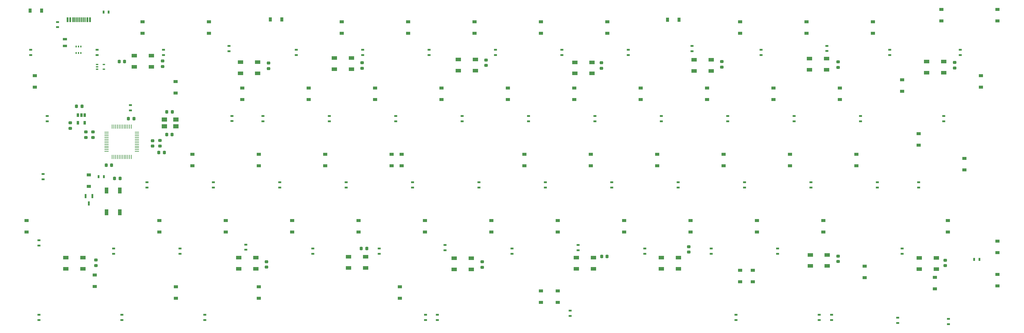
<source format=gbp>
G04 #@! TF.GenerationSoftware,KiCad,Pcbnew,(6.0.2)*
G04 #@! TF.CreationDate,2023-11-18T15:25:12-05:00*
G04 #@! TF.ProjectId,60_Pcb,36305f50-6362-42e6-9b69-6361645f7063,rev?*
G04 #@! TF.SameCoordinates,PX4b4f718PY8c7ecc0*
G04 #@! TF.FileFunction,Paste,Bot*
G04 #@! TF.FilePolarity,Positive*
%FSLAX46Y46*%
G04 Gerber Fmt 4.6, Leading zero omitted, Abs format (unit mm)*
G04 Created by KiCad (PCBNEW (6.0.2)) date 2023-11-18 15:25:12*
%MOMM*%
%LPD*%
G01*
G04 APERTURE LIST*
G04 Aperture macros list*
%AMRoundRect*
0 Rectangle with rounded corners*
0 $1 Rounding radius*
0 $2 $3 $4 $5 $6 $7 $8 $9 X,Y pos of 4 corners*
0 Add a 4 corners polygon primitive as box body*
4,1,4,$2,$3,$4,$5,$6,$7,$8,$9,$2,$3,0*
0 Add four circle primitives for the rounded corners*
1,1,$1+$1,$2,$3*
1,1,$1+$1,$4,$5*
1,1,$1+$1,$6,$7*
1,1,$1+$1,$8,$9*
0 Add four rect primitives between the rounded corners*
20,1,$1+$1,$2,$3,$4,$5,0*
20,1,$1+$1,$4,$5,$6,$7,0*
20,1,$1+$1,$6,$7,$8,$9,0*
20,1,$1+$1,$8,$9,$2,$3,0*%
G04 Aperture macros list end*
%ADD10R,0.900000X0.500000*%
%ADD11R,0.500000X0.900000*%
%ADD12R,1.000000X1.700000*%
%ADD13R,0.900000X1.200000*%
%ADD14R,1.200000X0.900000*%
%ADD15R,1.300000X0.700000*%
%ADD16R,0.600000X1.300000*%
%ADD17R,0.600000X1.450000*%
%ADD18R,0.300000X1.450000*%
%ADD19R,0.650000X1.060000*%
%ADD20R,1.300000X0.250000*%
%ADD21R,0.250000X1.300000*%
%ADD22RoundRect,0.218750X-0.256250X0.218750X-0.256250X-0.218750X0.256250X-0.218750X0.256250X0.218750X0*%
%ADD23RoundRect,0.218750X0.256250X-0.218750X0.256250X0.218750X-0.256250X0.218750X-0.256250X-0.218750X0*%
%ADD24RoundRect,0.218750X-0.218750X-0.256250X0.218750X-0.256250X0.218750X0.256250X-0.218750X0.256250X0*%
%ADD25RoundRect,0.218750X0.218750X0.256250X-0.218750X0.256250X-0.218750X-0.256250X0.218750X-0.256250X0*%
%ADD26R,1.500000X1.000000*%
%ADD27R,1.600000X1.300000*%
%ADD28R,0.420000X0.600000*%
%ADD29R,0.650000X0.400000*%
G04 APERTURE END LIST*
D10*
X90100150Y59654375D03*
X90100150Y61154375D03*
X109150150Y59654375D03*
X109150150Y61154375D03*
X128200150Y59654375D03*
X128200150Y61154375D03*
X12065000Y88176800D03*
X12065000Y86676800D03*
D11*
X26781400Y91070000D03*
X25281400Y91070000D03*
D12*
X26192400Y33426000D03*
X26192400Y39726000D03*
X29992400Y39726000D03*
X29992400Y33426000D03*
D13*
X7517400Y91440000D03*
X4217400Y91440000D03*
D14*
X36522025Y84948125D03*
X36522025Y88248125D03*
X55572025Y84948125D03*
X55572025Y88248125D03*
D13*
X76431400Y88930000D03*
X73131400Y88930000D03*
D14*
X93672025Y84948125D03*
X93672025Y88248125D03*
X112722025Y84948125D03*
X112722025Y88248125D03*
X131772025Y84948125D03*
X131772025Y88248125D03*
X150822025Y84948125D03*
X150822025Y88248125D03*
X169872025Y84948125D03*
X169872025Y88248125D03*
D13*
X190421400Y88850000D03*
X187121400Y88850000D03*
D14*
X207972025Y84948125D03*
X207972025Y88248125D03*
X227022025Y84948125D03*
X227022025Y88248125D03*
X246072025Y84948125D03*
X246072025Y88248125D03*
X265709400Y88520000D03*
X265709400Y91820000D03*
X281790775Y88520000D03*
X281790775Y91820000D03*
X5565775Y69470000D03*
X5565775Y72770000D03*
X45931400Y67770000D03*
X45931400Y71070000D03*
X65097025Y65898125D03*
X65097025Y69198125D03*
X84147025Y65898125D03*
X84147025Y69198125D03*
X103197025Y65898125D03*
X103197025Y69198125D03*
X122247025Y65898125D03*
X122247025Y69198125D03*
X141297025Y65898125D03*
X141297025Y69198125D03*
X160347025Y65898125D03*
X160347025Y69198125D03*
X179397025Y65898125D03*
X179397025Y69198125D03*
X198447025Y65898125D03*
X198447025Y69198125D03*
X217497025Y65898125D03*
X217497025Y69198125D03*
X236547025Y65898125D03*
X236547025Y69198125D03*
X254406400Y68279375D03*
X254406400Y71579375D03*
X277028275Y69470000D03*
X277028275Y72770000D03*
X21043900Y40895000D03*
X21043900Y44195000D03*
X50809525Y46848125D03*
X50809525Y50148125D03*
X69859525Y46848125D03*
X69859525Y50148125D03*
X88909525Y46848125D03*
X88909525Y50148125D03*
X107959525Y46848125D03*
X107959525Y50148125D03*
X110832900Y46850300D03*
X110832900Y50150300D03*
X146059525Y46848125D03*
X146059525Y50148125D03*
X165109525Y46848125D03*
X165109525Y50148125D03*
X184159525Y46848125D03*
X184159525Y50148125D03*
X203209525Y46848125D03*
X203209525Y50148125D03*
X222259525Y46848125D03*
X222259525Y50148125D03*
X241309525Y46848125D03*
X241309525Y50148125D03*
X259168900Y52801250D03*
X259168900Y56101250D03*
X272265775Y45657500D03*
X272265775Y48957500D03*
X3184525Y27798125D03*
X3184525Y31098125D03*
X41284525Y27798125D03*
X41284525Y31098125D03*
X60334525Y27798125D03*
X60334525Y31098125D03*
X79384525Y27798125D03*
X79384525Y31098125D03*
X98434525Y27798125D03*
X98434525Y31098125D03*
X117484525Y27798125D03*
X117484525Y31098125D03*
X136534525Y27798125D03*
X136534525Y31098125D03*
X155584525Y27798125D03*
X155584525Y31098125D03*
X174634525Y27798125D03*
X174634525Y31098125D03*
X193684525Y27798125D03*
X193684525Y31098125D03*
X212734525Y27798125D03*
X212734525Y31098125D03*
X231784525Y27798125D03*
X231784525Y31098125D03*
X267503275Y27798125D03*
X267503275Y31098125D03*
X281790775Y21845000D03*
X281790775Y25145000D03*
X22733000Y12167600D03*
X22733000Y15467600D03*
X46047025Y8748125D03*
X46047025Y12048125D03*
X69859525Y8748125D03*
X69859525Y12048125D03*
X110340775Y8748125D03*
X110340775Y12048125D03*
X150822025Y7557500D03*
X150822025Y10857500D03*
X155584525Y7557500D03*
X155584525Y10857500D03*
X207972025Y13510625D03*
X207972025Y16810625D03*
X211543900Y13510625D03*
X211543900Y16810625D03*
X243690775Y14701250D03*
X243690775Y18001250D03*
X263781400Y11420000D03*
X263781400Y14720000D03*
X281790775Y12320000D03*
X281790775Y15620000D03*
D15*
X14231400Y81320000D03*
X14231400Y83220000D03*
D10*
X4375150Y78704375D03*
X4375150Y80204375D03*
X23425150Y78704375D03*
X23425150Y80204375D03*
X42475150Y78704375D03*
X42475150Y80204375D03*
X61271400Y79770000D03*
X61271400Y81270000D03*
X80575150Y78704375D03*
X80575150Y80204375D03*
X99625150Y78704375D03*
X99625150Y80204375D03*
X118675150Y78704375D03*
X118675150Y80204375D03*
X137725150Y78704375D03*
X137725150Y80204375D03*
X156775150Y78704375D03*
X156775150Y80204375D03*
X175825150Y78704375D03*
X175825150Y80204375D03*
X194161400Y79760000D03*
X194161400Y81260000D03*
X213925150Y78704375D03*
X213925150Y80204375D03*
X232851400Y79840000D03*
X232851400Y81340000D03*
X250834525Y78704375D03*
X250834525Y80204375D03*
X271075150Y78704375D03*
X271075150Y80204375D03*
X9137650Y59654375D03*
X9137650Y61154375D03*
X33031400Y62770000D03*
X33031400Y64270000D03*
X62151400Y59670000D03*
X62151400Y61170000D03*
X71050150Y59654375D03*
X71050150Y61154375D03*
X147250150Y59654375D03*
X147250150Y61154375D03*
X166300150Y59654375D03*
X166300150Y61154375D03*
X185350150Y59654375D03*
X185350150Y61154375D03*
X204400150Y59654375D03*
X204400150Y61154375D03*
X223450150Y59654375D03*
X223450150Y61154375D03*
X242500150Y59654375D03*
X242500150Y61154375D03*
X266312650Y59654375D03*
X266312650Y61154375D03*
X7947025Y42985625D03*
X7947025Y44485625D03*
X37712650Y40604375D03*
X37712650Y42104375D03*
X56762650Y40604375D03*
X56762650Y42104375D03*
X75812650Y40604375D03*
X75812650Y42104375D03*
X94862650Y40604375D03*
X94862650Y42104375D03*
X113912650Y40604375D03*
X113912650Y42104375D03*
X132962650Y40604375D03*
X132962650Y42104375D03*
X152012650Y40604375D03*
X152012650Y42104375D03*
X171062650Y40604375D03*
X171062650Y42104375D03*
X190112650Y40604375D03*
X190112650Y42104375D03*
X209162650Y40604375D03*
X209162650Y42104375D03*
X228212650Y40604375D03*
X228212650Y42104375D03*
X247262650Y40604375D03*
X247262650Y42104375D03*
X259168900Y40604375D03*
X259168900Y42104375D03*
X6756400Y23935625D03*
X6756400Y25435625D03*
X28187650Y21554375D03*
X28187650Y23054375D03*
X47237650Y21554375D03*
X47237650Y23054375D03*
X66121400Y22670000D03*
X66121400Y24170000D03*
X85337650Y21554375D03*
X85337650Y23054375D03*
X104387650Y21554375D03*
X104387650Y23054375D03*
X123281400Y22570000D03*
X123281400Y24070000D03*
X142487650Y21554375D03*
X142487650Y23054375D03*
X161441400Y22540000D03*
X161441400Y24040000D03*
X180587650Y21554375D03*
X180587650Y23054375D03*
X199637650Y21554375D03*
X199637650Y23054375D03*
X218687650Y21554375D03*
X218687650Y23054375D03*
X254406400Y21554375D03*
X254406400Y23054375D03*
D11*
X275087650Y19923125D03*
X276587650Y19923125D03*
D10*
X6756400Y2504375D03*
X6756400Y4004375D03*
X30568900Y2504375D03*
X30568900Y4004375D03*
X54381400Y2504375D03*
X54381400Y4004375D03*
X117678200Y2475800D03*
X117678200Y3975800D03*
X121056400Y2504375D03*
X121056400Y4004375D03*
X159156400Y3695000D03*
X159156400Y5195000D03*
X206781400Y2504375D03*
X206781400Y4004375D03*
X230593900Y2504375D03*
X230593900Y4004375D03*
X234165775Y2504375D03*
X234165775Y4004375D03*
X253136400Y3163000D03*
X253136400Y1663000D03*
X267741400Y1282000D03*
X267741400Y2782000D03*
D16*
X20157400Y38134000D03*
X22057400Y38134000D03*
X21107400Y36034000D03*
D17*
X14988400Y88875800D03*
X15763400Y88875800D03*
D18*
X16463400Y88875800D03*
X16963400Y88875800D03*
X17463400Y88875800D03*
X17963400Y88875800D03*
X18463400Y88875800D03*
X18963400Y88875800D03*
X19463400Y88875800D03*
X19963400Y88875800D03*
D17*
X20663400Y88875800D03*
X21438400Y88875800D03*
D11*
X23881400Y43720000D03*
X25381400Y43720000D03*
D19*
X17981400Y61420000D03*
X18931400Y61420000D03*
X19881400Y61420000D03*
X19881400Y59220000D03*
X17981400Y59220000D03*
D20*
X34881400Y56470000D03*
X34881400Y55970000D03*
X34881400Y55470000D03*
X34881400Y54970000D03*
X34881400Y54470000D03*
X34881400Y53970000D03*
X34881400Y53470000D03*
X34881400Y52970000D03*
X34881400Y52470000D03*
X34881400Y51970000D03*
X34881400Y51470000D03*
X34881400Y50970000D03*
D21*
X33281400Y49370000D03*
X32781400Y49370000D03*
X32281400Y49370000D03*
X31781400Y49370000D03*
X31281400Y49370000D03*
X30781400Y49370000D03*
X30281400Y49370000D03*
X29781400Y49370000D03*
X29281400Y49370000D03*
X28781400Y49370000D03*
X28281400Y49370000D03*
X27781400Y49370000D03*
D20*
X26181400Y50970000D03*
X26181400Y51470000D03*
X26181400Y51970000D03*
X26181400Y52470000D03*
X26181400Y52970000D03*
X26181400Y53470000D03*
X26181400Y53970000D03*
X26181400Y54470000D03*
X26181400Y54970000D03*
X26181400Y55470000D03*
X26181400Y55970000D03*
X26181400Y56470000D03*
D21*
X27781400Y58070000D03*
X28281400Y58070000D03*
X28781400Y58070000D03*
X29281400Y58070000D03*
X29781400Y58070000D03*
X30281400Y58070000D03*
X30781400Y58070000D03*
X31281400Y58070000D03*
X31781400Y58070000D03*
X32281400Y58070000D03*
X32781400Y58070000D03*
X33281400Y58070000D03*
D22*
X42221400Y76967500D03*
X42221400Y75392500D03*
X72651400Y76377500D03*
X72651400Y74802500D03*
X99501400Y76447500D03*
X99501400Y74872500D03*
X135031400Y77257500D03*
X135031400Y75682500D03*
X168161400Y76467500D03*
X168161400Y74892500D03*
X202671400Y76817500D03*
X202671400Y75242500D03*
X236051400Y76707500D03*
X236051400Y75132500D03*
X269481400Y76547500D03*
X269481400Y74972500D03*
X266741400Y19677500D03*
X266741400Y18102500D03*
D23*
X193221400Y22022500D03*
X193221400Y23597500D03*
D24*
X168183900Y20760000D03*
X169758900Y20760000D03*
D22*
X133911400Y19227500D03*
X133911400Y17652500D03*
D25*
X100818900Y23070000D03*
X99243900Y23070000D03*
D22*
X72021400Y19267500D03*
X72021400Y17692500D03*
X23081400Y19737500D03*
X23081400Y18162500D03*
D26*
X69501400Y76650000D03*
X69501400Y73450000D03*
X64601400Y73450000D03*
X64601400Y76650000D03*
X96421400Y77840000D03*
X96421400Y74640000D03*
X91521400Y74640000D03*
X91521400Y77840000D03*
X165401400Y76590000D03*
X165401400Y73390000D03*
X160501400Y73390000D03*
X160501400Y76590000D03*
X199601400Y77280000D03*
X199601400Y74080000D03*
X194701400Y74080000D03*
X194701400Y77280000D03*
X264251400Y20350000D03*
X264251400Y17150000D03*
X259351400Y17150000D03*
X259351400Y20350000D03*
X232941400Y21220000D03*
X232941400Y18020000D03*
X228041400Y18020000D03*
X228041400Y21220000D03*
X165871400Y20400000D03*
X165871400Y17200000D03*
X160971400Y17200000D03*
X160971400Y20400000D03*
X130761400Y20250000D03*
X130761400Y17050000D03*
X125861400Y17050000D03*
X125861400Y20250000D03*
X100481400Y20670000D03*
X100481400Y17470000D03*
X95581400Y17470000D03*
X95581400Y20670000D03*
X68981400Y20420000D03*
X68981400Y17220000D03*
X64081400Y17220000D03*
X64081400Y20420000D03*
X19411400Y20400000D03*
X19411400Y17200000D03*
X14511400Y17200000D03*
X14511400Y20400000D03*
D27*
X46031400Y58150000D03*
X42731400Y58150000D03*
X42731400Y60150000D03*
X46031400Y60150000D03*
D26*
X39051400Y78470000D03*
X39051400Y75270000D03*
X34151400Y75270000D03*
X34151400Y78470000D03*
X232731400Y77670000D03*
X232731400Y74470000D03*
X227831400Y74470000D03*
X227831400Y77670000D03*
X266321400Y76780000D03*
X266321400Y73580000D03*
X261421400Y73580000D03*
X261421400Y76780000D03*
X131951400Y77420000D03*
X131951400Y74220000D03*
X127051400Y74220000D03*
X127051400Y77420000D03*
D22*
X236071400Y20857500D03*
X236071400Y19282500D03*
D26*
X190231400Y20420000D03*
X190231400Y17220000D03*
X185331400Y17220000D03*
X185331400Y20420000D03*
D25*
X31356400Y76820000D03*
X29781400Y76820000D03*
D24*
X43443900Y62350000D03*
X45018900Y62350000D03*
D25*
X44968900Y55820000D03*
X43393900Y55820000D03*
X33998900Y60410000D03*
X32423900Y60410000D03*
D22*
X22261400Y56537500D03*
X22261400Y54962500D03*
X20229400Y56537500D03*
X20229400Y54962500D03*
D23*
X41513760Y52506780D03*
X41513760Y54081780D03*
X39331400Y52498500D03*
X39331400Y54073500D03*
D24*
X26053900Y46989400D03*
X27628900Y46989400D03*
X41143900Y50620000D03*
X42718900Y50620000D03*
X17543900Y63920000D03*
X19118900Y63920000D03*
D22*
X15748000Y59182100D03*
X15748000Y57607100D03*
D24*
X28447900Y43180000D03*
X30022900Y43180000D03*
D28*
X18760200Y79237800D03*
X18110200Y79237800D03*
X17460200Y79237800D03*
X17460200Y81137800D03*
X18110200Y81137800D03*
X18760200Y81137800D03*
D29*
X23451400Y74630000D03*
X23451400Y75280000D03*
X23451400Y75930000D03*
X25351400Y75930000D03*
X25351400Y74630000D03*
M02*

</source>
